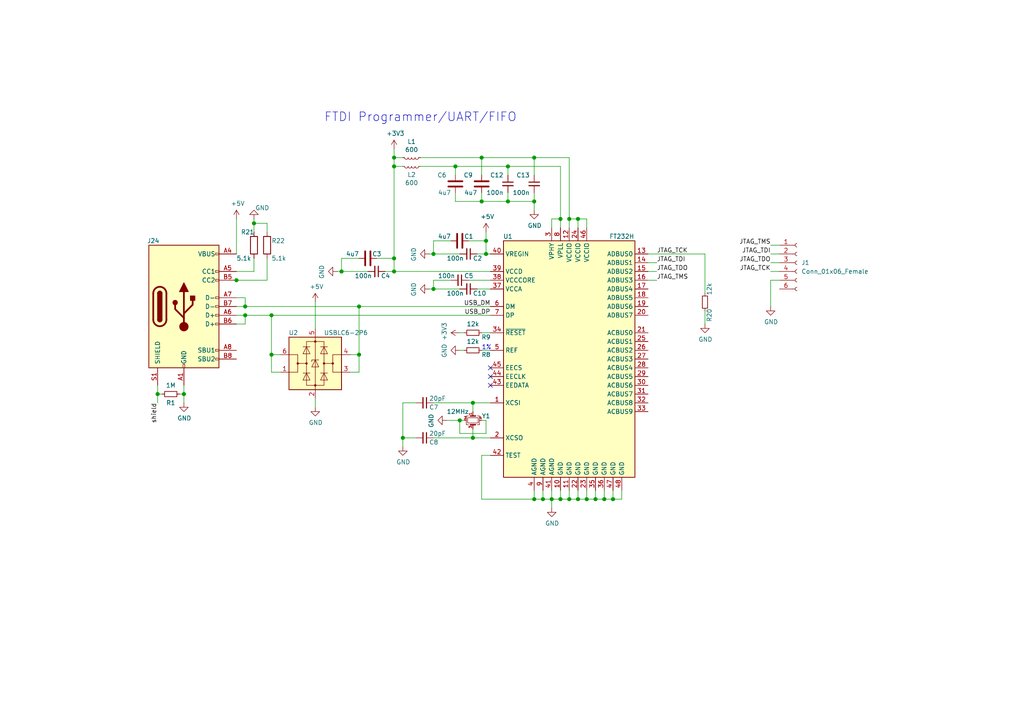
<source format=kicad_sch>
(kicad_sch (version 20201015) (generator eeschema)
  (paper "A4")
  (title_block (title "JTAG Programmer") (date "2020-12-26") (rev "V1.0") (company "GsD"))
  (lib_symbols
    (symbol "Connector:Conn_01x06_Female" (pin_names (offset 1.016) hide)
      (property "Reference" "J" (at 0 7.62 0))
      (property "Value" "Conn_01x06_Female" (at 0 -10.16 0))
      (symbol "Conn_01x06_Female_1_1"
        (arc (start 0 -7.112) (end 0 -8.128) (radius (at 0 -7.62) (length 0.508) (angles 90.1 -90.1)) (stroke (width 0.1524)))
        (arc (start 0 -4.572) (end 0 -5.588) (radius (at 0 -5.08) (length 0.508) (angles 90.1 -90.1)) (stroke (width 0.1524)))
        (arc (start 0 -2.032) (end 0 -3.048) (radius (at 0 -2.54) (length 0.508) (angles 90.1 -90.1)) (stroke (width 0.1524)))
        (arc (start 0 0.508) (end 0 -0.508) (radius (at 0 0) (length 0.508) (angles 90.1 -90.1)) (stroke (width 0.1524)))
        (arc (start 0 3.048) (end 0 2.032) (radius (at 0 2.54) (length 0.508) (angles 90.1 -90.1)) (stroke (width 0.1524)))
        (arc (start 0 5.588) (end 0 4.572) (radius (at 0 5.08) (length 0.508) (angles 90.1 -90.1)) (stroke (width 0.1524)))
        (polyline (pts (xy -1.27 -7.62) (xy -0.508 -7.62)) (stroke (width 0.1524)))
        (polyline (pts (xy -1.27 -5.08) (xy -0.508 -5.08)) (stroke (width 0.1524)))
        (polyline (pts (xy -1.27 -2.54) (xy -0.508 -2.54)) (stroke (width 0.1524)))
        (polyline (pts (xy -1.27 0) (xy -0.508 0)) (stroke (width 0.1524)))
        (polyline (pts (xy -1.27 2.54) (xy -0.508 2.54)) (stroke (width 0.1524)))
        (polyline (pts (xy -1.27 5.08) (xy -0.508 5.08)) (stroke (width 0.1524)))
        (pin passive line (at -5.08 5.08 0) (length 3.81) (name "Pin_1") (number "1"))
        (pin passive line (at -5.08 2.54 0) (length 3.81) (name "Pin_2") (number "2"))
        (pin passive line (at -5.08 0 0) (length 3.81) (name "Pin_3") (number "3"))
        (pin passive line (at -5.08 -2.54 0) (length 3.81) (name "Pin_4") (number "4"))
        (pin passive line (at -5.08 -5.08 0) (length 3.81) (name "Pin_5") (number "5"))
        (pin passive line (at -5.08 -7.62 0) (length 3.81) (name "Pin_6") (number "6"))
      )
    )
    (symbol "Connector:USB_C_Receptacle_USB2.0" (pin_names (offset 1.016))
      (property "Reference" "J" (at -10.16 19.05 0))
      (property "Value" "USB_C_Receptacle_USB2.0" (at 19.05 19.05 0))
      (symbol "USB_C_Receptacle_USB2.0_0_0"
        (rectangle (start -0.254 -17.78) (end 0.254 -16.764))
        (rectangle (start 10.16 -14.986) (end 9.144 -15.494))
        (rectangle (start 10.16 -12.446) (end 9.144 -12.954))
        (rectangle (start 10.16 -4.826) (end 9.144 -5.334))
        (rectangle (start 10.16 -2.286) (end 9.144 -2.794))
        (rectangle (start 10.16 0.254) (end 9.144 -0.254))
        (rectangle (start 10.16 2.794) (end 9.144 2.286))
        (rectangle (start 10.16 7.874) (end 9.144 7.366))
        (rectangle (start 10.16 10.414) (end 9.144 9.906))
        (rectangle (start 10.16 15.494) (end 9.144 14.986))
      )
      (symbol "USB_C_Receptacle_USB2.0_0_1"
        (arc (start -8.89 -3.81) (end -5.08 -3.81) (radius (at -6.985 -3.81) (length 1.905) (angles -179.9 -0.1)) (stroke (width 0.508)))
        (arc (start -7.62 -3.81) (end -6.35 -3.81) (radius (at -6.985 -3.81) (length 0.635) (angles -179.9 -0.1)) (stroke (width 0.254)))
        (arc (start -7.62 -3.81) (end -6.35 -3.81) (radius (at -6.985 -3.81) (length 0.635) (angles -179.9 -0.1)) (stroke (width 0.254)) (fill (type outline)))
        (arc (start -6.35 3.81) (end -7.62 3.81) (radius (at -6.985 3.81) (length 0.635) (angles 0.1 179.9)) (stroke (width 0.254)) (fill (type outline)))
        (arc (start -6.35 3.81) (end -7.62 3.81) (radius (at -6.985 3.81) (length 0.635) (angles 0.1 179.9)) (stroke (width 0.254)))
        (arc (start -5.08 3.81) (end -8.89 3.81) (radius (at -6.985 3.81) (length 1.905) (angles 0.1 179.9)) (stroke (width 0.508)))
        (circle (center -2.54 1.143) (radius 0.635) (stroke (width 0.254)) (fill (type outline)))
        (circle (center 0 -5.842) (radius 1.27) (fill (type outline)))
        (rectangle (start -10.16 17.78) (end 10.16 -17.78) (stroke (width 0.254)) (fill (type background)))
        (rectangle (start -7.62 -3.81) (end -6.35 3.81) (stroke (width 0.254)) (fill (type outline)))
        (rectangle (start 1.905 1.778) (end 3.175 3.048) (stroke (width 0.254)) (fill (type outline)))
        (polyline (pts (xy -8.89 -3.81) (xy -8.89 3.81)) (stroke (width 0.508)))
        (polyline (pts (xy -5.08 3.81) (xy -5.08 -3.81)) (stroke (width 0.508)))
        (polyline (pts (xy 0 -5.842) (xy 0 4.318)) (stroke (width 0.508)))
        (polyline (pts (xy 0 -3.302) (xy -2.54 -0.762) (xy -2.54 0.508)) (stroke (width 0.508)))
        (polyline (pts (xy 0 -2.032) (xy 2.54 0.508) (xy 2.54 1.778)) (stroke (width 0.508)))
        (polyline (pts (xy -1.27 4.318) (xy 0 6.858) (xy 1.27 4.318) (xy -1.27 4.318)) (stroke (width 0.254)) (fill (type outline)))
      )
      (symbol "USB_C_Receptacle_USB2.0_1_1"
        (pin power_in line (at 0 -22.86 90) (length 5.08) (name "GND") (number "A1"))
        (pin passive line (at 0 -22.86 90) (length 5.08) hide (name "GND") (number "A12"))
        (pin power_in line (at 15.24 15.24 180) (length 5.08) (name "VBUS") (number "A4"))
        (pin bidirectional line (at 15.24 10.16 180) (length 5.08) (name "CC1") (number "A5"))
        (pin bidirectional line (at 15.24 -2.54 180) (length 5.08) (name "D+") (number "A6"))
        (pin bidirectional line (at 15.24 2.54 180) (length 5.08) (name "D-") (number "A7"))
        (pin bidirectional line (at 15.24 -12.7 180) (length 5.08) (name "SBU1") (number "A8"))
        (pin passive line (at 15.24 15.24 180) (length 5.08) hide (name "VBUS") (number "A9"))
        (pin passive line (at 0 -22.86 90) (length 5.08) hide (name "GND") (number "B1"))
        (pin passive line (at 0 -22.86 90) (length 5.08) hide (name "GND") (number "B12"))
        (pin passive line (at 15.24 15.24 180) (length 5.08) hide (name "VBUS") (number "B4"))
        (pin bidirectional line (at 15.24 7.62 180) (length 5.08) (name "CC2") (number "B5"))
        (pin bidirectional line (at 15.24 -5.08 180) (length 5.08) (name "D+") (number "B6"))
        (pin bidirectional line (at 15.24 0 180) (length 5.08) (name "D-") (number "B7"))
        (pin bidirectional line (at 15.24 -15.24 180) (length 5.08) (name "SBU2") (number "B8"))
        (pin passive line (at 15.24 15.24 180) (length 5.08) hide (name "VBUS") (number "B9"))
        (pin passive line (at -7.62 -22.86 90) (length 5.08) (name "SHIELD") (number "S1"))
      )
    )
    (symbol "Device:Crystal_GND24_Small" (pin_names (offset 1.016) hide)
      (property "Reference" "Y" (at 1.27 4.445 0))
      (property "Value" "Crystal_GND24_Small" (at 1.27 2.54 0))
      (symbol "Crystal_GND24_Small_0_1"
        (rectangle (start -0.762 -1.524) (end 0.762 1.524))
        (polyline (pts (xy -1.27 -0.762) (xy -1.27 0.762)) (stroke (width 0.381)))
        (polyline (pts (xy 1.27 -0.762) (xy 1.27 0.762)) (stroke (width 0.381)))
        (polyline (pts (xy -1.27 -1.27) (xy -1.27 -1.905) (xy 1.27 -1.905) (xy 1.27 -1.27)))
        (polyline (pts (xy -1.27 1.27) (xy -1.27 1.905) (xy 1.27 1.905) (xy 1.27 1.27)))
      )
      (symbol "Crystal_GND24_Small_1_1"
        (pin passive line (at -2.54 0 0) (length 1.27) (name "1") (number "1"))
        (pin passive line (at 0 -2.54 90) (length 0.635) (name "2") (number "2"))
        (pin passive line (at 2.54 0 180) (length 1.27) (name "3") (number "3"))
        (pin passive line (at 0 2.54 270) (length 0.635) (name "4") (number "4"))
      )
    )
    (symbol "Device:R" (pin_numbers hide) (pin_names (offset 0))
      (property "Reference" "R" (at 2.032 0 90))
      (property "Value" "R" (at 0 0 90))
      (symbol "R_0_1"
        (rectangle (start -1.016 -2.54) (end 1.016 2.54) (stroke (width 0.254)))
      )
      (symbol "R_1_1"
        (pin passive line (at 0 3.81 270) (length 1.27) (name "~") (number "1"))
        (pin passive line (at 0 -3.81 90) (length 1.27) (name "~") (number "2"))
      )
    )
    (symbol "Interface_USB:FT232H"
      (property "Reference" "U" (at -19.05 35.56 0))
      (property "Value" "FT232H" (at 12.7 35.56 0))
      (symbol "FT232H_0_1"
        (rectangle (start -19.05 34.29) (end 19.05 -34.29) (stroke (width 0.254)) (fill (type background)))
      )
      (symbol "FT232H_1_1"
        (pin input line (at -22.86 -12.7 0) (length 3.81) (name "XCSI") (number "1"))
        (pin power_in line (at -2.54 -38.1 90) (length 3.81) (name "GND") (number "10"))
        (pin power_in line (at 0 -38.1 90) (length 3.81) (name "GND") (number "11"))
        (pin power_in line (at 0 38.1 270) (length 3.81) (name "VCCIO") (number "12"))
        (pin bidirectional line (at 22.86 30.48 180) (length 3.81) (name "ADBUS0") (number "13"))
        (pin bidirectional line (at 22.86 27.94 180) (length 3.81) (name "ADBUS1") (number "14"))
        (pin bidirectional line (at 22.86 25.4 180) (length 3.81) (name "ADBUS2") (number "15"))
        (pin bidirectional line (at 22.86 22.86 180) (length 3.81) (name "ADBUS3") (number "16"))
        (pin bidirectional line (at 22.86 20.32 180) (length 3.81) (name "ADBUS4") (number "17"))
        (pin bidirectional line (at 22.86 17.78 180) (length 3.81) (name "ADBUS5") (number "18"))
        (pin bidirectional line (at 22.86 15.24 180) (length 3.81) (name "ADBUS6") (number "19"))
        (pin output line (at -22.86 -22.86 0) (length 3.81) (name "XCSO") (number "2"))
        (pin bidirectional line (at 22.86 12.7 180) (length 3.81) (name "ADBUS7") (number "20"))
        (pin bidirectional line (at 22.86 7.62 180) (length 3.81) (name "ACBUS0") (number "21"))
        (pin power_in line (at 2.54 -38.1 90) (length 3.81) (name "GND") (number "22"))
        (pin power_in line (at 5.08 -38.1 90) (length 3.81) (name "GND") (number "23"))
        (pin power_in line (at 2.54 38.1 270) (length 3.81) (name "VCCIO") (number "24"))
        (pin bidirectional line (at 22.86 5.08 180) (length 3.81) (name "ACBUS1") (number "25"))
        (pin bidirectional line (at 22.86 2.54 180) (length 3.81) (name "ACBUS2") (number "26"))
        (pin bidirectional line (at 22.86 0 180) (length 3.81) (name "ACBUS3") (number "27"))
        (pin bidirectional line (at 22.86 -2.54 180) (length 3.81) (name "ACBUS4") (number "28"))
        (pin bidirectional line (at 22.86 -5.08 180) (length 3.81) (name "ACBUS5") (number "29"))
        (pin power_in line (at -5.08 38.1 270) (length 3.81) (name "VPHY") (number "3"))
        (pin bidirectional line (at 22.86 -7.62 180) (length 3.81) (name "ACBUS6") (number "30"))
        (pin bidirectional line (at 22.86 -10.16 180) (length 3.81) (name "ACBUS7") (number "31"))
        (pin bidirectional line (at 22.86 -12.7 180) (length 3.81) (name "ACBUS8") (number "32"))
        (pin bidirectional line (at 22.86 -15.24 180) (length 3.81) (name "ACBUS9") (number "33"))
        (pin input line (at -22.86 7.62 0) (length 3.81) (name "~RESET") (number "34"))
        (pin power_in line (at 7.62 -38.1 90) (length 3.81) (name "GND") (number "35"))
        (pin power_in line (at 10.16 -38.1 90) (length 3.81) (name "GND") (number "36"))
        (pin power_out line (at -22.86 20.32 0) (length 3.81) (name "VCCA") (number "37"))
        (pin power_out line (at -22.86 22.86 0) (length 3.81) (name "VCCCORE") (number "38"))
        (pin power_in line (at -22.86 25.4 0) (length 3.81) (name "VCCD") (number "39"))
        (pin power_in line (at -10.16 -38.1 90) (length 3.81) (name "AGND") (number "4"))
        (pin power_in line (at -22.86 30.48 0) (length 3.81) (name "VREGIN") (number "40"))
        (pin power_in line (at -5.08 -38.1 90) (length 3.81) (name "AGND") (number "41"))
        (pin input line (at -22.86 -27.94 0) (length 3.81) (name "TEST") (number "42"))
        (pin bidirectional line (at -22.86 -7.62 0) (length 3.81) (name "EEDATA") (number "43"))
        (pin input line (at -22.86 -5.08 0) (length 3.81) (name "EECLK") (number "44"))
        (pin input line (at -22.86 -2.54 0) (length 3.81) (name "EECS") (number "45"))
        (pin power_in line (at 5.08 38.1 270) (length 3.81) (name "VCCIO") (number "46"))
        (pin power_in line (at 12.7 -38.1 90) (length 3.81) (name "GND") (number "47"))
        (pin power_in line (at 15.24 -38.1 90) (length 3.81) (name "GND") (number "48"))
        (pin input line (at -22.86 2.54 0) (length 3.81) (name "REF") (number "5"))
        (pin bidirectional line (at -22.86 15.24 0) (length 3.81) (name "DM") (number "6"))
        (pin bidirectional line (at -22.86 12.7 0) (length 3.81) (name "DP") (number "7"))
        (pin power_in line (at -2.54 38.1 270) (length 3.81) (name "VPLL") (number "8"))
        (pin power_in line (at -7.62 -38.1 90) (length 3.81) (name "AGND") (number "9"))
      )
    )
    (symbol "Power_Protection:USBLC6-2P6" (pin_names hide)
      (property "Reference" "U" (at 2.54 8.89 0))
      (property "Value" "USBLC6-2P6" (at 2.54 -8.89 0))
      (symbol "USBLC6-2P6_0_1"
        (circle (center -5.08 0) (radius 0.254) (fill (type outline)))
        (circle (center -2.54 0) (radius 0.254) (fill (type outline)))
        (circle (center 0 -6.35) (radius 0.254) (fill (type outline)))
        (circle (center 0 6.35) (radius 0.254) (fill (type outline)))
        (circle (center 2.54 0) (radius 0.254) (fill (type outline)))
        (circle (center 5.08 0) (radius 0.254) (fill (type outline)))
        (rectangle (start -7.62 -7.62) (end 7.62 7.62) (stroke (width 0.254)) (fill (type background)))
        (rectangle (start -2.54 6.35) (end 2.54 -6.35))
        (polyline (pts (xy -5.08 -2.54) (xy -7.62 -2.54)))
        (polyline (pts (xy -5.08 0) (xy -5.08 -2.54)))
        (polyline (pts (xy -5.08 2.54) (xy -7.62 2.54)))
        (polyline (pts (xy -1.524 -2.794) (xy -3.556 -2.794)))
        (polyline (pts (xy -1.524 4.826) (xy -3.556 4.826)))
        (polyline (pts (xy 0 -7.62) (xy 0 -6.35)))
        (polyline (pts (xy 0 -6.35) (xy 0 1.27)))
        (polyline (pts (xy 0 1.27) (xy 0 6.35)))
        (polyline (pts (xy 0 6.35) (xy 0 7.62)))
        (polyline (pts (xy 1.524 -2.794) (xy 3.556 -2.794)))
        (polyline (pts (xy 1.524 4.826) (xy 3.556 4.826)))
        (polyline (pts (xy 5.08 -2.54) (xy 7.62 -2.54)))
        (polyline (pts (xy 5.08 0) (xy 5.08 -2.54)))
        (polyline (pts (xy 5.08 2.54) (xy 7.62 2.54)))
        (polyline (pts (xy -2.54 0) (xy -5.08 0) (xy -5.08 2.54)))
        (polyline (pts (xy 2.54 0) (xy 5.08 0) (xy 5.08 2.54)))
        (polyline (pts (xy -3.556 -4.826) (xy -1.524 -4.826) (xy -2.54 -2.794) (xy -3.556 -4.826)))
        (polyline (pts (xy -3.556 2.794) (xy -1.524 2.794) (xy -2.54 4.826) (xy -3.556 2.794)))
        (polyline (pts (xy -1.016 -1.016) (xy 1.016 -1.016) (xy 0 1.016) (xy -1.016 -1.016)))
        (polyline (pts (xy 1.016 1.016) (xy 0.762 1.016) (xy -1.016 1.016) (xy -1.016 0.508)))
        (polyline (pts (xy 3.556 -4.826) (xy 1.524 -4.826) (xy 2.54 -2.794) (xy 3.556 -4.826)))
        (polyline (pts (xy 3.556 2.794) (xy 1.524 2.794) (xy 2.54 4.826) (xy 3.556 2.794)))
      )
      (symbol "USBLC6-2P6_1_1"
        (pin passive line (at -10.16 -2.54 0) (length 2.54) (name "I/O1") (number "1"))
        (pin passive line (at 0 -10.16 90) (length 2.54) (name "GND") (number "2"))
        (pin passive line (at 10.16 -2.54 180) (length 2.54) (name "I/O2") (number "3"))
        (pin passive line (at 10.16 2.54 180) (length 2.54) (name "I/O2") (number "4"))
        (pin passive line (at 0 10.16 270) (length 2.54) (name "VBUS") (number "5"))
        (pin passive line (at -10.16 2.54 0) (length 2.54) (name "I/O1") (number "6"))
      )
    )
    (symbol "icebreaker-rescue:pkl_C-pkl_device" (pin_numbers hide) (pin_names (offset 0.254))
      (property "Reference" "C" (at 0.635 2.54 0))
      (property "Value" "pkl_C-pkl_device" (at 0.635 -2.54 0))
      (symbol "pkl_C-pkl_device_0_1"
        (polyline (pts (xy -2.032 -0.762) (xy 2.032 -0.762)) (stroke (width 0.508)))
        (polyline (pts (xy -2.032 0.762) (xy 2.032 0.762)) (stroke (width 0.508)))
      )
      (symbol "pkl_C-pkl_device_1_1"
        (pin passive line (at 0 2.54 270) (length 1.524) (name "~") (number "1"))
        (pin passive line (at 0 -2.54 90) (length 1.524) (name "~") (number "2"))
      )
    )
    (symbol "icebreaker-rescue:pkl_C_Small-pkl_device" (pin_numbers hide) (pin_names (offset 0.254) hide)
      (property "Reference" "C" (at 0.254 1.778 0))
      (property "Value" "pkl_C_Small-pkl_device" (at 0.254 -2.032 0))
      (symbol "pkl_C_Small-pkl_device_0_1"
        (polyline (pts (xy -1.524 -0.508) (xy 1.524 -0.508)) (stroke (width 0.3302)))
        (polyline (pts (xy -1.524 0.508) (xy 1.524 0.508)) (stroke (width 0.3048)))
      )
      (symbol "pkl_C_Small-pkl_device_1_1"
        (pin passive line (at 0 2.54 270) (length 1.905) (name "~") (number "1"))
        (pin passive line (at 0 -2.54 90) (length 2.032) (name "~") (number "2"))
      )
    )
    (symbol "icebreaker-rescue:pkl_L_Small-pkl_device" (pin_numbers hide) (pin_names (offset 0) hide)
      (property "Reference" "L" (at 1.524 1.27 0))
      (property "Value" "pkl_L_Small-pkl_device" (at 1.524 -1.27 0))
      (symbol "pkl_L_Small-pkl_device_0_1"
        (arc (start 0 -2.032) (end 0 -1.016) (radius (at 0 -1.524) (length 0.508) (angles -89.9 89.9)))
        (arc (start 0 -1.016) (end 0 0) (radius (at 0 -0.508) (length 0.508) (angles -89.9 89.9)))
        (arc (start 0 0) (end 0 1.016) (radius (at 0 0.508) (length 0.508) (angles -89.9 89.9)))
        (arc (start 0 1.016) (end 0 2.032) (radius (at 0 1.524) (length 0.508) (angles -89.9 89.9)))
      )
      (symbol "pkl_L_Small-pkl_device_1_1"
        (pin input line (at 0 -2.54 90) (length 0.508) (name "1") (number "1"))
        (pin input line (at 0 2.54 270) (length 0.508) (name "2") (number "2"))
      )
    )
    (symbol "icebreaker-rescue:pkl_R_Small-pkl_device" (pin_numbers hide) (pin_names (offset 0.254) hide)
      (property "Reference" "R" (at 0.762 0.508 0))
      (property "Value" "pkl_R_Small-pkl_device" (at 0.762 -1.016 0))
      (symbol "pkl_R_Small-pkl_device_0_1"
        (rectangle (start -0.762 1.778) (end 0.762 -1.778) (stroke (width 0.2032)))
      )
      (symbol "pkl_R_Small-pkl_device_1_1"
        (pin passive line (at 0 2.54 270) (length 0.762) (name "~") (number "1"))
        (pin passive line (at 0 -2.54 90) (length 0.762) (name "~") (number "2"))
      )
    )
    (symbol "power:+3V3" (power) (pin_names (offset 0))
      (property "Value" "+3V3" (at 0 3.556 0))
      (symbol "+3V3_0_1"
        (polyline (pts (xy -0.762 1.27) (xy 0 2.54)))
        (polyline (pts (xy 0 0) (xy 0 2.54)))
        (polyline (pts (xy 0 2.54) (xy 0.762 1.27)))
      )
      (symbol "+3V3_1_1"
        (pin power_in line (at 0 0 90) (length 0) hide (name "+3V3") (number "1"))
      )
    )
    (symbol "power:+5V" (power) (pin_names (offset 0))
      (property "Value" "+5V" (at 0 3.556 0))
      (symbol "+5V_0_1"
        (polyline (pts (xy -0.762 1.27) (xy 0 2.54)))
        (polyline (pts (xy 0 0) (xy 0 2.54)))
        (polyline (pts (xy 0 2.54) (xy 0.762 1.27)))
      )
      (symbol "+5V_1_1"
        (pin power_in line (at 0 0 90) (length 0) hide (name "+5V") (number "1"))
      )
    )
    (symbol "power:GND" (power) (pin_names (offset 0))
      (property "Value" "GND" (at 0 -3.81 0))
      (symbol "GND_0_1"
        (polyline (pts (xy 0 0) (xy 0 -1.27) (xy 1.27 -1.27) (xy 0 -2.54) (xy -1.27 -1.27) (xy 0 -1.27)))
      )
      (symbol "GND_1_1"
        (pin power_in line (at 0 0 270) (length 0) hide (name "GND") (number "1"))
      )
    )
  )
  (junction (at 45.72 114.3) (diameter 1.016))
  (junction (at 53.34 114.3) (diameter 1.016))
  (junction (at 68.58 81.28) (diameter 1.016))
  (junction (at 71.12 88.9) (diameter 1.016))
  (junction (at 71.12 91.44) (diameter 1.016))
  (junction (at 73.66 64.77) (diameter 1.016))
  (junction (at 78.74 91.44) (diameter 1.016))
  (junction (at 78.74 102.87) (diameter 1.016))
  (junction (at 99.06 78.74) (diameter 1.016))
  (junction (at 104.14 88.9) (diameter 1.016))
  (junction (at 104.14 102.87) (diameter 1.016))
  (junction (at 114.3 45.72) (diameter 1.016))
  (junction (at 114.3 48.26) (diameter 1.016))
  (junction (at 114.3 74.93) (diameter 1.016))
  (junction (at 114.3 78.74) (diameter 1.016))
  (junction (at 116.84 127) (diameter 1.016))
  (junction (at 125.73 73.66) (diameter 1.016))
  (junction (at 125.73 83.82) (diameter 1.016))
  (junction (at 132.08 48.26) (diameter 1.016))
  (junction (at 133.35 121.92) (diameter 1.016))
  (junction (at 137.16 116.84) (diameter 1.016))
  (junction (at 137.16 127) (diameter 1.016))
  (junction (at 139.7 45.72) (diameter 1.016))
  (junction (at 139.7 58.42) (diameter 1.016))
  (junction (at 140.97 69.85) (diameter 1.016))
  (junction (at 140.97 73.66) (diameter 1.016))
  (junction (at 147.32 48.26) (diameter 1.016))
  (junction (at 147.32 58.42) (diameter 1.016))
  (junction (at 154.94 45.72) (diameter 1.016))
  (junction (at 154.94 58.42) (diameter 1.016))
  (junction (at 154.94 144.78) (diameter 1.016))
  (junction (at 157.48 144.78) (diameter 1.016))
  (junction (at 160.02 144.78) (diameter 1.016))
  (junction (at 162.56 63.5) (diameter 1.016))
  (junction (at 162.56 144.78) (diameter 1.016))
  (junction (at 165.1 63.5) (diameter 1.016))
  (junction (at 165.1 144.78) (diameter 1.016))
  (junction (at 167.64 63.5) (diameter 1.016))
  (junction (at 167.64 144.78) (diameter 1.016))
  (junction (at 170.18 144.78) (diameter 1.016))
  (junction (at 172.72 144.78) (diameter 1.016))
  (junction (at 175.26 144.78) (diameter 1.016))
  (junction (at 177.8 144.78) (diameter 1.016))
  (no_connect (at 142.24 109.22))
  (no_connect (at 142.24 111.76))
  (no_connect (at 142.24 106.68))
  (wire (pts (xy 45.72 111.76) (xy 45.72 114.3)))
  (wire (pts (xy 45.72 114.3) (xy 45.72 116.84)))
  (wire (pts (xy 45.72 114.3) (xy 46.99 114.3)))
  (wire (pts (xy 52.07 114.3) (xy 53.34 114.3)))
  (wire (pts (xy 53.34 114.3) (xy 53.34 111.76)))
  (wire (pts (xy 53.34 114.3) (xy 53.34 116.84)))
  (wire (pts (xy 66.04 81.28) (xy 68.58 81.28)))
  (wire (pts (xy 68.58 63.5) (xy 68.58 73.66)))
  (wire (pts (xy 68.58 81.28) (xy 77.47 81.28)))
  (wire (pts (xy 68.58 86.36) (xy 71.12 86.36)))
  (wire (pts (xy 68.58 88.9) (xy 71.12 88.9)))
  (wire (pts (xy 68.58 91.44) (xy 71.12 91.44)))
  (wire (pts (xy 68.58 93.98) (xy 71.12 93.98)))
  (wire (pts (xy 71.12 86.36) (xy 71.12 88.9)))
  (wire (pts (xy 71.12 88.9) (xy 104.14 88.9)))
  (wire (pts (xy 71.12 91.44) (xy 71.12 93.98)))
  (wire (pts (xy 71.12 91.44) (xy 78.74 91.44)))
  (wire (pts (xy 73.66 63.5) (xy 73.66 64.77)))
  (wire (pts (xy 73.66 64.77) (xy 73.66 67.31)))
  (wire (pts (xy 73.66 74.93) (xy 73.66 78.74)))
  (wire (pts (xy 73.66 78.74) (xy 68.58 78.74)))
  (wire (pts (xy 77.47 64.77) (xy 73.66 64.77)))
  (wire (pts (xy 77.47 67.31) (xy 77.47 64.77)))
  (wire (pts (xy 77.47 81.28) (xy 77.47 74.93)))
  (wire (pts (xy 78.74 91.44) (xy 142.24 91.44)))
  (wire (pts (xy 78.74 102.87) (xy 78.74 91.44)))
  (wire (pts (xy 78.74 107.95) (xy 78.74 102.87)))
  (wire (pts (xy 81.28 102.87) (xy 78.74 102.87)))
  (wire (pts (xy 81.28 107.95) (xy 78.74 107.95)))
  (wire (pts (xy 91.44 87.63) (xy 91.44 95.25)))
  (wire (pts (xy 91.44 115.57) (xy 91.44 118.11)))
  (wire (pts (xy 99.06 74.93) (xy 99.06 78.74)))
  (wire (pts (xy 99.06 78.74) (xy 97.79 78.74)))
  (wire (pts (xy 99.06 78.74) (xy 106.68 78.74)))
  (wire (pts (xy 101.6 102.87) (xy 104.14 102.87)))
  (wire (pts (xy 101.6 107.95) (xy 104.14 107.95)))
  (wire (pts (xy 104.14 74.93) (xy 99.06 74.93)))
  (wire (pts (xy 104.14 88.9) (xy 104.14 102.87)))
  (wire (pts (xy 104.14 88.9) (xy 142.24 88.9)))
  (wire (pts (xy 104.14 107.95) (xy 104.14 102.87)))
  (wire (pts (xy 109.22 74.93) (xy 114.3 74.93)))
  (wire (pts (xy 111.76 78.74) (xy 114.3 78.74)))
  (wire (pts (xy 114.3 43.18) (xy 114.3 45.72)))
  (wire (pts (xy 114.3 45.72) (xy 114.3 48.26)))
  (wire (pts (xy 114.3 45.72) (xy 116.84 45.72)))
  (wire (pts (xy 114.3 48.26) (xy 116.84 48.26)))
  (wire (pts (xy 114.3 74.93) (xy 114.3 48.26)))
  (wire (pts (xy 114.3 78.74) (xy 114.3 74.93)))
  (wire (pts (xy 116.84 116.84) (xy 116.84 127)))
  (wire (pts (xy 116.84 127) (xy 116.84 129.54)))
  (wire (pts (xy 116.84 127) (xy 120.65 127)))
  (wire (pts (xy 120.65 116.84) (xy 116.84 116.84)))
  (wire (pts (xy 121.92 45.72) (xy 139.7 45.72)))
  (wire (pts (xy 121.92 48.26) (xy 132.08 48.26)))
  (wire (pts (xy 125.73 69.85) (xy 125.73 73.66)))
  (wire (pts (xy 125.73 73.66) (xy 124.46 73.66)))
  (wire (pts (xy 125.73 73.66) (xy 133.35 73.66)))
  (wire (pts (xy 125.73 81.28) (xy 125.73 83.82)))
  (wire (pts (xy 125.73 83.82) (xy 124.46 83.82)))
  (wire (pts (xy 125.73 116.84) (xy 137.16 116.84)))
  (wire (pts (xy 125.73 127) (xy 137.16 127)))
  (wire (pts (xy 129.54 121.92) (xy 133.35 121.92)))
  (wire (pts (xy 130.81 69.85) (xy 125.73 69.85)))
  (wire (pts (xy 130.81 81.28) (xy 125.73 81.28)))
  (wire (pts (xy 132.08 48.26) (xy 132.08 50.8)))
  (wire (pts (xy 132.08 48.26) (xy 147.32 48.26)))
  (wire (pts (xy 132.08 55.88) (xy 132.08 58.42)))
  (wire (pts (xy 132.08 58.42) (xy 139.7 58.42)))
  (wire (pts (xy 133.35 83.82) (xy 125.73 83.82)))
  (wire (pts (xy 133.35 96.52) (xy 134.62 96.52)))
  (wire (pts (xy 133.35 101.6) (xy 134.62 101.6)))
  (wire (pts (xy 133.35 121.92) (xy 134.62 121.92)))
  (wire (pts (xy 133.35 125.73) (xy 133.35 121.92)))
  (wire (pts (xy 135.89 69.85) (xy 140.97 69.85)))
  (wire (pts (xy 135.89 81.28) (xy 142.24 81.28)))
  (wire (pts (xy 137.16 116.84) (xy 142.24 116.84)))
  (wire (pts (xy 137.16 119.38) (xy 137.16 116.84)))
  (wire (pts (xy 137.16 124.46) (xy 137.16 127)))
  (wire (pts (xy 137.16 127) (xy 142.24 127)))
  (wire (pts (xy 138.43 73.66) (xy 140.97 73.66)))
  (wire (pts (xy 138.43 83.82) (xy 142.24 83.82)))
  (wire (pts (xy 139.7 45.72) (xy 139.7 50.8)))
  (wire (pts (xy 139.7 45.72) (xy 154.94 45.72)))
  (wire (pts (xy 139.7 55.88) (xy 139.7 58.42)))
  (wire (pts (xy 139.7 58.42) (xy 147.32 58.42)))
  (wire (pts (xy 139.7 96.52) (xy 142.24 96.52)))
  (wire (pts (xy 139.7 121.92) (xy 140.97 121.92)))
  (wire (pts (xy 139.7 132.08) (xy 139.7 144.78)))
  (wire (pts (xy 139.7 144.78) (xy 154.94 144.78)))
  (wire (pts (xy 140.97 67.31) (xy 140.97 69.85)))
  (wire (pts (xy 140.97 69.85) (xy 140.97 73.66)))
  (wire (pts (xy 140.97 73.66) (xy 142.24 73.66)))
  (wire (pts (xy 140.97 121.92) (xy 140.97 125.73)))
  (wire (pts (xy 140.97 125.73) (xy 133.35 125.73)))
  (wire (pts (xy 142.24 78.74) (xy 114.3 78.74)))
  (wire (pts (xy 142.24 101.6) (xy 139.7 101.6)))
  (wire (pts (xy 142.24 132.08) (xy 139.7 132.08)))
  (wire (pts (xy 147.32 48.26) (xy 147.32 50.8)))
  (wire (pts (xy 147.32 48.26) (xy 162.56 48.26)))
  (wire (pts (xy 147.32 55.88) (xy 147.32 58.42)))
  (wire (pts (xy 147.32 58.42) (xy 154.94 58.42)))
  (wire (pts (xy 154.94 45.72) (xy 154.94 50.8)))
  (wire (pts (xy 154.94 45.72) (xy 165.1 45.72)))
  (wire (pts (xy 154.94 58.42) (xy 154.94 55.88)))
  (wire (pts (xy 154.94 58.42) (xy 154.94 60.96)))
  (wire (pts (xy 154.94 142.24) (xy 154.94 144.78)))
  (wire (pts (xy 154.94 144.78) (xy 157.48 144.78)))
  (wire (pts (xy 157.48 142.24) (xy 157.48 144.78)))
  (wire (pts (xy 157.48 144.78) (xy 160.02 144.78)))
  (wire (pts (xy 160.02 63.5) (xy 162.56 63.5)))
  (wire (pts (xy 160.02 66.04) (xy 160.02 63.5)))
  (wire (pts (xy 160.02 142.24) (xy 160.02 144.78)))
  (wire (pts (xy 160.02 144.78) (xy 160.02 147.32)))
  (wire (pts (xy 160.02 144.78) (xy 162.56 144.78)))
  (wire (pts (xy 162.56 48.26) (xy 162.56 63.5)))
  (wire (pts (xy 162.56 63.5) (xy 162.56 66.04)))
  (wire (pts (xy 162.56 142.24) (xy 162.56 144.78)))
  (wire (pts (xy 162.56 144.78) (xy 165.1 144.78)))
  (wire (pts (xy 165.1 45.72) (xy 165.1 63.5)))
  (wire (pts (xy 165.1 63.5) (xy 165.1 66.04)))
  (wire (pts (xy 165.1 142.24) (xy 165.1 144.78)))
  (wire (pts (xy 165.1 144.78) (xy 167.64 144.78)))
  (wire (pts (xy 167.64 63.5) (xy 165.1 63.5)))
  (wire (pts (xy 167.64 66.04) (xy 167.64 63.5)))
  (wire (pts (xy 167.64 142.24) (xy 167.64 144.78)))
  (wire (pts (xy 167.64 144.78) (xy 170.18 144.78)))
  (wire (pts (xy 170.18 63.5) (xy 167.64 63.5)))
  (wire (pts (xy 170.18 66.04) (xy 170.18 63.5)))
  (wire (pts (xy 170.18 142.24) (xy 170.18 144.78)))
  (wire (pts (xy 170.18 144.78) (xy 172.72 144.78)))
  (wire (pts (xy 172.72 142.24) (xy 172.72 144.78)))
  (wire (pts (xy 172.72 144.78) (xy 175.26 144.78)))
  (wire (pts (xy 175.26 142.24) (xy 175.26 144.78)))
  (wire (pts (xy 175.26 144.78) (xy 177.8 144.78)))
  (wire (pts (xy 177.8 142.24) (xy 177.8 144.78)))
  (wire (pts (xy 177.8 144.78) (xy 180.34 144.78)))
  (wire (pts (xy 180.34 144.78) (xy 180.34 142.24)))
  (wire (pts (xy 187.96 73.66) (xy 204.47 73.66)))
  (wire (pts (xy 187.96 76.2) (xy 190.5 76.2)))
  (wire (pts (xy 187.96 78.74) (xy 190.5 78.74)))
  (wire (pts (xy 187.96 81.28) (xy 190.5 81.28)))
  (wire (pts (xy 204.47 73.66) (xy 204.47 85.09)))
  (wire (pts (xy 204.47 90.17) (xy 204.47 93.98)))
  (wire (pts (xy 223.52 78.74) (xy 226.06 78.74)))
  (wire (pts (xy 223.52 81.28) (xy 223.52 88.9)))
  (wire (pts (xy 226.06 71.12) (xy 223.52 71.12)))
  (wire (pts (xy 226.06 73.66) (xy 223.52 73.66)))
  (wire (pts (xy 226.06 76.2) (xy 223.52 76.2)))
  (wire (pts (xy 226.06 81.28) (xy 223.52 81.28)))
  (text "FTDI Programmer/UART/FIFO" (at 93.98 35.56 0) (effects (font (size 2.54 2.54)) (justify left bottom)))
  (text "1%" (at 139.7 101.6 0) (effects (font (size 1.27 1.27)) (justify left bottom)))
  (label "shield" (at 45.72 116.84 270))
  (label "USB_DM" (at 142.24 88.9 180))
  (label "USB_DP" (at 142.24 91.44 180))
  (label "JTAG_TCK" (at 190.5 73.66 0))
  (label "JTAG_TDI" (at 190.5 76.2 0))
  (label "JTAG_TDO" (at 190.5 78.74 0))
  (label "JTAG_TMS" (at 190.5 81.28 0))
  (label "JTAG_TMS" (at 223.52 71.12 180))
  (label "JTAG_TDI" (at 223.52 73.66 180))
  (label "JTAG_TDO" (at 223.52 76.2 180))
  (label "JTAG_TCK" (at 223.52 78.74 180))
  (symbol (lib_id "icebreaker-rescue:pkl_L_Small-pkl_device") (at 119.38 45.72 270) (unit 1)
    (property "Reference" "L1" (at 119.38 41.0718 90))
    (property "Value" "600" (at 119.38 43.434 90))
    (property "Footprint" "Inductor_SMD:L_0402_1005Metric" (effects hide))
    (property "Source" "ANY" (effects hide))
  )
  (symbol (lib_id "icebreaker-rescue:pkl_L_Small-pkl_device") (at 119.38 48.26 270) (unit 1)
    (property "Reference" "L2" (at 119.38 50.673 90))
    (property "Value" "600" (at 119.38 53.0352 90))
    (property "Footprint" "Inductor_SMD:L_0402_1005Metric" (effects hide))
    (property "Source" "ANY" (effects hide))
  )
  (symbol (lib_id "power:+5V") (at 68.58 63.5 0) (unit 1)
    (property "Reference" "#PWR08" (effects hide))
    (property "Value" "+5V" (at 68.961 59.0296 0))
  )
  (symbol (lib_id "power:+5V") (at 91.44 87.63 0) (unit 1)
    (property "Reference" "#PWR0102" (effects hide))
    (property "Value" "+5V" (at 91.821 83.1596 0))
  )
  (symbol (lib_id "power:+3V3") (at 114.3 43.18 0) (unit 1)
    (property "Reference" "#PWR015" (effects hide))
    (property "Value" "+3V3" (at 114.681 38.7096 0))
  )
  (symbol (lib_id "power:+3V3") (at 133.35 96.52 90) (unit 1)
    (property "Reference" "#PWR09" (effects hide))
    (property "Value" "+3V3" (at 128.8796 96.139 0))
  )
  (symbol (lib_id "power:+5V") (at 140.97 67.31 0) (unit 1)
    (property "Reference" "#PWR0101" (effects hide))
    (property "Value" "+5V" (at 141.351 62.8396 0))
  )
  (symbol (lib_id "power:GND") (at 53.34 116.84 0) (unit 1)
    (property "Reference" "#PWR06" (effects hide))
    (property "Value" "GND" (at 53.467 121.3104 0))
  )
  (symbol (lib_id "power:GND") (at 73.66 63.5 180) (unit 1)
    (property "Reference" "#PWR0140" (effects hide))
    (property "Value" "GND" (at 76.073 60.2996 0))
  )
  (symbol (lib_id "power:GND") (at 91.44 118.11 0) (unit 1)
    (property "Reference" "#PWR0106" (effects hide))
    (property "Value" "GND" (at 91.567 122.5804 0))
  )
  (symbol (lib_id "power:GND") (at 97.79 78.74 270) (unit 1)
    (property "Reference" "#PWR0103" (effects hide))
    (property "Value" "GND" (at 93.3196 78.867 0))
  )
  (symbol (lib_id "power:GND") (at 116.84 129.54 0) (unit 1)
    (property "Reference" "#PWR0107" (effects hide))
    (property "Value" "GND" (at 116.967 134.0104 0))
  )
  (symbol (lib_id "power:GND") (at 124.46 73.66 270) (unit 1)
    (property "Reference" "#PWR0104" (effects hide))
    (property "Value" "GND" (at 119.9896 73.787 0))
  )
  (symbol (lib_id "power:GND") (at 124.46 83.82 270) (unit 1)
    (property "Reference" "#PWR012" (effects hide))
    (property "Value" "GND" (at 119.9896 83.947 0))
  )
  (symbol (lib_id "power:GND") (at 129.54 121.92 270) (unit 1)
    (property "Reference" "#PWR0105" (effects hide))
    (property "Value" "GND" (at 125.0696 122.047 0))
  )
  (symbol (lib_id "power:GND") (at 133.35 101.6 270) (unit 1)
    (property "Reference" "#PWR013" (effects hide))
    (property "Value" "GND" (at 128.8796 101.727 0))
  )
  (symbol (lib_id "power:GND") (at 154.94 60.96 0) (unit 1)
    (property "Reference" "#PWR014" (effects hide))
    (property "Value" "GND" (at 155.067 65.4304 0))
  )
  (symbol (lib_id "power:GND") (at 160.02 147.32 0) (unit 1)
    (property "Reference" "#PWR04" (effects hide))
    (property "Value" "GND" (at 160.147 151.7904 0))
  )
  (symbol (lib_id "power:GND") (at 204.47 93.98 0) (unit 1)
    (property "Reference" "#PWR0136" (effects hide))
    (property "Value" "GND" (at 204.597 98.4504 0))
  )
  (symbol (lib_id "power:GND") (at 223.52 88.9 0) (unit 1)
    (property "Reference" "#PWR0108" (effects hide))
    (property "Value" "GND" (at 223.647 93.3704 0))
  )
  (symbol (lib_id "icebreaker-rescue:pkl_R_Small-pkl_device") (at 49.53 114.3 270) (unit 1)
    (property "Reference" "R1" (at 49.53 116.84 90))
    (property "Value" "1M" (at 49.53 111.76 90))
    (property "Footprint" "Resistor_SMD:R_0402_1005Metric" (effects hide))
    (property "Source" "ANY" (effects hide))
  )
  (symbol (lib_id "icebreaker-rescue:pkl_R_Small-pkl_device") (at 137.16 96.52 270) (unit 1)
    (property "Reference" "R9" (at 140.97 97.79 90))
    (property "Value" "12k" (at 137.16 93.98 90))
    (property "Footprint" "Resistor_SMD:R_0402_1005Metric" (effects hide))
    (property "Source" "ANY" (effects hide))
  )
  (symbol (lib_id "icebreaker-rescue:pkl_R_Small-pkl_device") (at 137.16 101.6 270) (unit 1)
    (property "Reference" "R8" (at 140.97 102.87 90))
    (property "Value" "12k" (at 137.16 99.06 90))
    (property "Footprint" "Resistor_SMD:R_0402_1005Metric" (effects hide))
    (property "Source" "ANY" (effects hide))
  )
  (symbol (lib_id "icebreaker-rescue:pkl_R_Small-pkl_device") (at 204.47 87.63 0) (unit 1)
    (property "Reference" "R20" (at 205.74 91.44 90))
    (property "Value" "12k" (at 205.74 83.82 90))
    (property "Footprint" "Resistor_SMD:R_0402_1005Metric" (effects hide))
    (property "Source" "ANY" (effects hide))
  )
  (symbol (lib_id "Device:R") (at 73.66 71.12 0) (unit 1)
    (property "Reference" "R21" (at 69.85 67.31 0) (effects (justify left)))
    (property "Value" "5.1k" (at 68.58 74.93 0) (effects (justify left)))
    (property "Footprint" "Resistor_SMD:R_0402_1005Metric" (effects hide))
  )
  (symbol (lib_id "Device:R") (at 77.47 71.12 0) (unit 1)
    (property "Reference" "R22" (at 78.74 69.85 0) (effects (justify left)))
    (property "Value" "5.1k" (at 78.74 74.93 0) (effects (justify left)))
    (property "Footprint" "Resistor_SMD:R_0402_1005Metric" (effects hide))
  )
  (symbol (lib_id "icebreaker-rescue:pkl_C_Small-pkl_device") (at 109.22 78.74 270) (mirror x) (unit 1)
    (property "Reference" "C4" (at 110.49 80.01 90) (effects (justify left)))
    (property "Value" "100n" (at 102.87 80.01 90) (effects (justify left)))
    (property "Footprint" "Capacitor_SMD:C_0402_1005Metric" (effects hide))
    (property "Source" "ANY" (effects hide))
  )
  (symbol (lib_id "icebreaker-rescue:pkl_C_Small-pkl_device") (at 123.19 116.84 270) (mirror x) (unit 1)
    (property "Reference" "C7" (at 124.46 118.11 90) (effects (justify left)))
    (property "Value" "20pF" (at 124.46 115.57 90) (effects (justify left)))
    (property "Footprint" "Capacitor_SMD:C_0402_1005Metric" (effects hide))
    (property "Source" "ANY" (effects hide))
  )
  (symbol (lib_id "icebreaker-rescue:pkl_C_Small-pkl_device") (at 123.19 127 270) (mirror x) (unit 1)
    (property "Reference" "C8" (at 124.46 128.27 90) (effects (justify left)))
    (property "Value" "20pF" (at 124.46 125.73 90) (effects (justify left)))
    (property "Footprint" "Capacitor_SMD:C_0402_1005Metric" (effects hide))
    (property "Source" "ANY" (effects hide))
  )
  (symbol (lib_id "icebreaker-rescue:pkl_C_Small-pkl_device") (at 133.35 81.28 270) (mirror x) (unit 1)
    (property "Reference" "C5" (at 134.62 80.01 90) (effects (justify left)))
    (property "Value" "100n" (at 127 80.01 90) (effects (justify left)))
    (property "Footprint" "Capacitor_SMD:C_0402_1005Metric" (effects hide))
    (property "Source" "ANY" (effects hide))
  )
  (symbol (lib_id "icebreaker-rescue:pkl_C_Small-pkl_device") (at 135.89 73.66 270) (mirror x) (unit 1)
    (property "Reference" "C2" (at 137.16 74.93 90) (effects (justify left)))
    (property "Value" "100n" (at 129.54 74.93 90) (effects (justify left)))
    (property "Footprint" "Capacitor_SMD:C_0402_1005Metric" (effects hide))
    (property "Source" "ANY" (effects hide))
  )
  (symbol (lib_id "icebreaker-rescue:pkl_C_Small-pkl_device") (at 135.89 83.82 270) (mirror x) (unit 1)
    (property "Reference" "C10" (at 137.16 85.09 90) (effects (justify left)))
    (property "Value" "100n" (at 129.54 85.09 90) (effects (justify left)))
    (property "Footprint" "Capacitor_SMD:C_0402_1005Metric" (effects hide))
    (property "Source" "ANY" (effects hide))
  )
  (symbol (lib_id "icebreaker-rescue:pkl_C_Small-pkl_device") (at 147.32 53.34 0) (mirror y) (unit 1)
    (property "Reference" "C12" (at 146.05 50.8 0) (effects (justify left)))
    (property "Value" "100n" (at 146.05 55.88 0) (effects (justify left)))
    (property "Footprint" "Capacitor_SMD:C_0402_1005Metric" (effects hide))
    (property "Source" "ANY" (effects hide))
  )
  (symbol (lib_id "icebreaker-rescue:pkl_C_Small-pkl_device") (at 154.94 53.34 0) (mirror y) (unit 1)
    (property "Reference" "C13" (at 153.67 50.8 0) (effects (justify left)))
    (property "Value" "100n" (at 153.67 55.88 0) (effects (justify left)))
    (property "Footprint" "Capacitor_SMD:C_0402_1005Metric" (effects hide))
    (property "Source" "ANY" (effects hide))
  )
  (symbol (lib_id "icebreaker-rescue:pkl_C-pkl_device") (at 106.68 74.93 270) (mirror x) (unit 1)
    (property "Reference" "C3" (at 107.95 73.66 90) (effects (justify left)))
    (property "Value" "4u7" (at 100.33 73.66 90) (effects (justify left)))
    (property "Footprint" "Capacitor_SMD:C_0603_1608Metric" (effects hide))
    (property "Source" "ANY" (effects hide))
  )
  (symbol (lib_id "icebreaker-rescue:pkl_C-pkl_device") (at 132.08 53.34 0) (mirror y) (unit 1)
    (property "Reference" "C6" (at 129.54 50.8 0) (effects (justify left)))
    (property "Value" "4u7" (at 130.81 55.88 0) (effects (justify left)))
    (property "Footprint" "Capacitor_SMD:C_0603_1608Metric" (effects hide))
    (property "Source" "ANY" (effects hide))
  )
  (symbol (lib_id "icebreaker-rescue:pkl_C-pkl_device") (at 133.35 69.85 270) (mirror x) (unit 1)
    (property "Reference" "C1" (at 134.62 68.58 90) (effects (justify left)))
    (property "Value" "4u7" (at 127 68.58 90) (effects (justify left)))
    (property "Footprint" "Capacitor_SMD:C_0603_1608Metric" (effects hide))
    (property "Source" "ANY" (effects hide))
  )
  (symbol (lib_id "icebreaker-rescue:pkl_C-pkl_device") (at 139.7 53.34 0) (mirror y) (unit 1)
    (property "Reference" "C9" (at 137.16 50.8 0) (effects (justify left)))
    (property "Value" "4u7" (at 138.43 55.88 0) (effects (justify left)))
    (property "Footprint" "Capacitor_SMD:C_0603_1608Metric" (effects hide))
    (property "Source" "ANY" (effects hide))
  )
  (symbol (lib_id "Device:Crystal_GND24_Small") (at 137.16 121.92 270) (unit 1)
    (property "Reference" "Y1" (at 139.7 120.65 90) (effects (justify left)))
    (property "Value" "12MHz" (at 129.54 119.38 90) (effects (justify left)))
    (property "Footprint" "Crystal:Crystal_SMD_3225-4Pin_3.2x2.5mm" (effects hide))
  )
  (symbol (lib_id "Connector:Conn_01x06_Female") (at 231.14 76.2 0) (unit 1)
    (property "Reference" "J1" (at 232.41 76.2 0) (effects (justify left)))
    (property "Value" "Conn_01x06_Female" (at 232.41 78.74 0) (effects (justify left)))
    (property "Footprint" "Connector_PinSocket_2.54mm:PinSocket_1x06_P2.54mm_Horizontal" (effects hide))
  )
  (symbol (lib_id "Power_Protection:USBLC6-2P6") (at 91.44 105.41 0) (unit 1)
    (property "Reference" "U2" (at 85.09 96.52 0))
    (property "Value" "USBLC6-2P6" (at 100.33 96.52 0))
    (property "Footprint" "Package_TO_SOT_SMD:SOT-666" (effects hide))
    (property "Datasheet" "https://www.st.com/resource/en/datasheet/usblc6-2.pdf" (effects hide))
  )
  (symbol (lib_id "Connector:USB_C_Receptacle_USB2.0") (at 53.34 88.9 0) (unit 1)
    (property "Reference" "J24" (at 44.45 69.85 0))
    (property "Value" "USB_C_Receptacle_USB2.0" (effects hide))
    (property "Footprint" "Connector_USB:USB_C_Receptacle_HRO_TYPE-C-31-M-12" (effects hide))
    (property "Datasheet" "https://www.usb.org/sites/default/files/documents/usb_type-c.zip" (effects hide))
  )
  (symbol (lib_id "Interface_USB:FT232H") (at 165.1 104.14 0) (unit 1)
    (property "Reference" "U1" (at 147.32 68.58 0))
    (property "Value" "FT232H" (at 180.34 68.58 0))
    (property "Footprint" "Package_DFN_QFN:QFN-48-1EP_8x8mm_P0.5mm_EP6.2x6.2mm" (effects hide))
    (property "Datasheet" "https://www.ftdichip.com/Support/Documents/DataSheets/ICs/DS_FT232H.pdf" (effects hide))
  )
)
</source>
